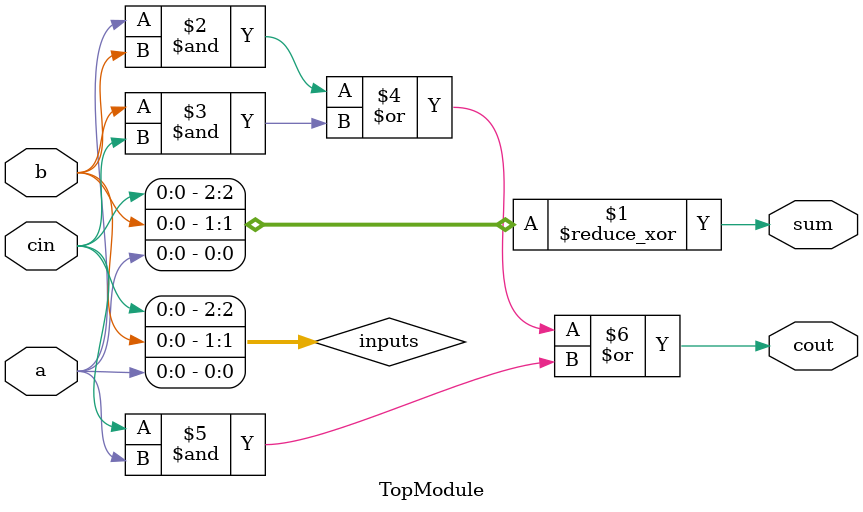
<source format=sv>


module TopModule (
  input a,
  input b,
  input cin,
  output cout,
  output sum
);

  wire [2:0] inputs;
  assign inputs = {cin, b, a};

  // Sum is the XOR of all three inputs
  assign sum = ^inputs;

  // Carry-out is generated when at least two inputs are high
  assign cout = (a & b) | (b & cin) | (cin & a);
endmodule

</source>
